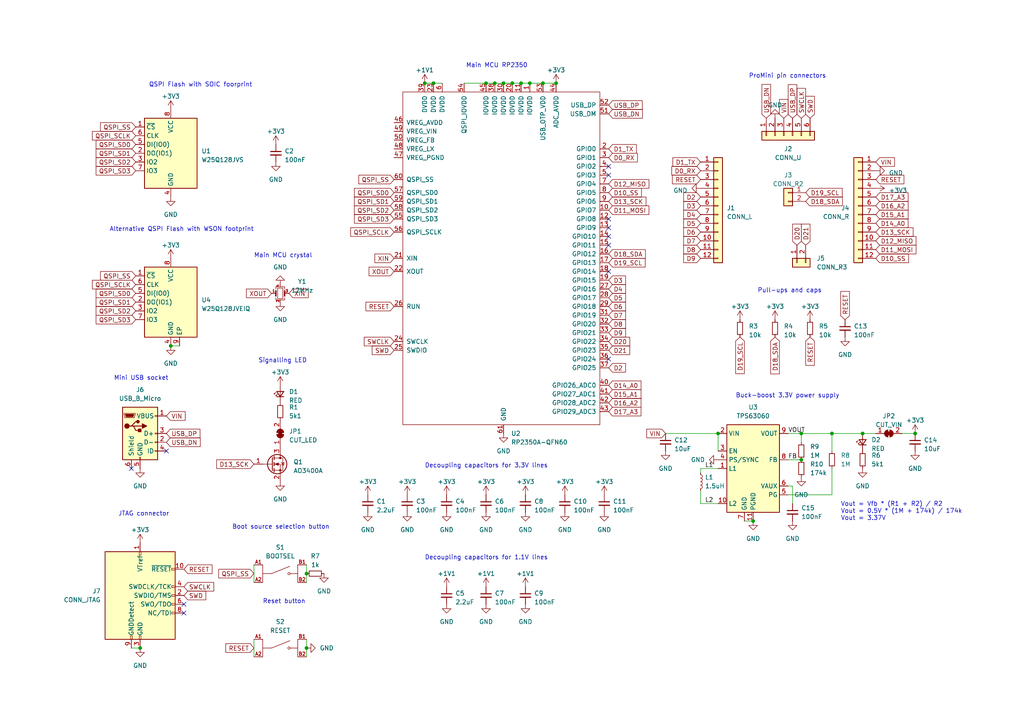
<source format=kicad_sch>
(kicad_sch (version 20231120) (generator "eeschema") (generator_version "8.0")
  (paper "A4")
  (title_block (title "RP2350-ProMini-0010") (date "2024-09-01") (rev "1.0") (company "(c) 2024 Andriy Golovnya") (comment 1 "RP2350 based board with Arduino Pro Mini footprint and debug extension") (comment 2 "Designed in Germany"))
  (lib_symbols
    (symbol "Connector:Conn_ARM_JTAG_SWD_10" (pin_names (offset 1.016))
      (property "Reference" "J" (at -2.54 16.51 0))
      (property "Value" "Conn_ARM_JTAG_SWD_10" (at -2.54 13.97 0))
      (symbol "Conn_ARM_JTAG_SWD_10_1_1"
        (pin power_in line (at 0 15.24 270) (length 2.54) (name "VTref") (number "1"))
        (pin open_collector line (at 12.7 7.62 180) (length 2.54) (name "~{RESET}") (number "10"))
        (pin bidirectional line (at 12.7 0 180) (length 2.54) (name "SWDIO/TMS") (number "2"))
        (pin power_in line (at 0 -15.24 90) (length 2.54) (name "GND") (number "3"))
        (pin output line (at 12.7 2.54 180) (length 2.54) (name "SWDCLK/TCK") (number "4"))
        (pin passive line (at 0 -15.24 90) (length 2.54) hide (name "GND") (number "5"))
        (pin input line (at 12.7 -2.54 180) (length 2.54) (name "SWO/TDO") (number "6"))
        (pin no_connect line (at -10.16 0 0) (length 2.54) hide (name "KEY") (number "7"))
        (pin output line (at 12.7 -5.08 180) (length 2.54) (name "NC/TDI") (number "8"))
        (pin passive line (at -2.54 -15.24 90) (length 2.54) (name "GNDDetect") (number "9"))
      )
    )
    (symbol "Connector:USB_B_Micro" (pin_names (offset 1.016))
      (property "Reference" "J" (at -5.08 11.43 0))
      (property "Value" "USB_B_Micro" (at -5.08 8.89 0))
      (symbol "USB_B_Micro_1_1"
        (pin power_out line (at 7.62 5.08 180) (length 2.54) (name "VBUS") (number "1"))
        (pin bidirectional line (at 7.62 -2.54 180) (length 2.54) (name "D-") (number "2"))
        (pin bidirectional line (at 7.62 0 180) (length 2.54) (name "D+") (number "3"))
        (pin passive line (at 7.62 -5.08 180) (length 2.54) (name "ID") (number "4"))
        (pin power_out line (at 0 -10.16 90) (length 2.54) (name "GND") (number "5"))
        (pin passive line (at -2.54 -10.16 90) (length 2.54) (name "Shield") (number "6"))
      )
    )
    (symbol "Connector_Generic:Conn_01x02" (pin_names (offset 1.016) hide)
      (property "Reference" "J" (at 0 2.54 0))
      (property "Value" "Conn_01x02" (at 0 -5.08 0))
      (symbol "Conn_01x02_1_1"
        (pin passive line (at -5.08 0 0) (length 3.81) (name "Pin_1") (number "1"))
        (pin passive line (at -5.08 -2.54 0) (length 3.81) (name "Pin_2") (number "2"))
      )
    )
    (symbol "Connector_Generic:Conn_01x06" (pin_names (offset 1.016) hide)
      (property "Reference" "J" (at 0 7.62 0))
      (property "Value" "Conn_01x06" (at 0 -10.16 0))
      (symbol "Conn_01x06_1_1"
        (pin passive line (at -5.08 5.08 0) (length 3.81) (name "Pin_1") (number "1"))
        (pin passive line (at -5.08 2.54 0) (length 3.81) (name "Pin_2") (number "2"))
        (pin passive line (at -5.08 0 0) (length 3.81) (name "Pin_3") (number "3"))
        (pin passive line (at -5.08 -2.54 0) (length 3.81) (name "Pin_4") (number "4"))
        (pin passive line (at -5.08 -5.08 0) (length 3.81) (name "Pin_5") (number "5"))
        (pin passive line (at -5.08 -7.62 0) (length 3.81) (name "Pin_6") (number "6"))
      )
    )
    (symbol "Connector_Generic:Conn_01x12" (pin_names (offset 1.016) hide)
      (property "Reference" "J" (at 0 15.24 0))
      (property "Value" "Conn_01x12" (at 0 -17.78 0))
      (symbol "Conn_01x12_1_1"
        (pin passive line (at -5.08 12.7 0) (length 3.81) (name "Pin_1") (number "1"))
        (pin passive line (at -5.08 -10.16 0) (length 3.81) (name "Pin_10") (number "10"))
        (pin passive line (at -5.08 -12.7 0) (length 3.81) (name "Pin_11") (number "11"))
        (pin passive line (at -5.08 -15.24 0) (length 3.81) (name "Pin_12") (number "12"))
        (pin passive line (at -5.08 10.16 0) (length 3.81) (name "Pin_2") (number "2"))
        (pin passive line (at -5.08 7.62 0) (length 3.81) (name "Pin_3") (number "3"))
        (pin passive line (at -5.08 5.08 0) (length 3.81) (name "Pin_4") (number "4"))
        (pin passive line (at -5.08 2.54 0) (length 3.81) (name "Pin_5") (number "5"))
        (pin passive line (at -5.08 0 0) (length 3.81) (name "Pin_6") (number "6"))
        (pin passive line (at -5.08 -2.54 0) (length 3.81) (name "Pin_7") (number "7"))
        (pin passive line (at -5.08 -5.08 0) (length 3.81) (name "Pin_8") (number "8"))
        (pin passive line (at -5.08 -7.62 0) (length 3.81) (name "Pin_9") (number "9"))
      )
    )
    (symbol "Device:C_Small" (pin_numbers hide) (pin_names (offset 0.254) hide)
      (property "Reference" "C" (at 0.254 1.778 0))
      (property "Value" "C_Small" (at 0.254 -2.032 0))
      (symbol "C_Small_1_1"
        (pin passive line (at 0 2.54 270) (length 2.032) (name "~") (number "1"))
        (pin passive line (at 0 -2.54 90) (length 2.032) (name "~") (number "2"))
      )
    )
    (symbol "Device:Crystal_GND24_Small" (pin_names (offset 1.016) hide)
      (property "Reference" "Y" (at 1.27 4.445 0))
      (property "Value" "Crystal_GND24_Small" (at 1.27 2.54 0))
      (symbol "Crystal_GND24_Small_1_1"
        (pin passive line (at -2.54 0 0) (length 1.27) (name "1") (number "1"))
        (pin passive line (at 0 -2.54 90) (length 0.635) (name "2") (number "2"))
        (pin passive line (at 2.54 0 180) (length 1.27) (name "3") (number "3"))
        (pin passive line (at 0 2.54 270) (length 0.635) (name "4") (number "4"))
      )
    )
    (symbol "Device:LED_Small" (pin_numbers hide) (pin_names (offset 0.254) hide)
      (property "Reference" "D" (at -1.27 3.175 0))
      (property "Value" "LED_Small" (at -4.445 -2.54 0))
      (symbol "LED_Small_1_1"
        (pin passive line (at -2.54 0 0) (length 1.778) (name "K") (number "1"))
        (pin passive line (at 2.54 0 180) (length 1.778) (name "A") (number "2"))
      )
    )
    (symbol "Device:L_Small" (pin_numbers hide) (pin_names (offset 0.254) hide)
      (property "Reference" "L" (at 0.762 1.016 0))
      (property "Value" "L_Small" (at 0.762 -1.016 0))
      (symbol "L_Small_1_1"
        (pin passive line (at 0 2.54 270) (length 0.508) (name "~") (number "1"))
        (pin passive line (at 0 -2.54 90) (length 0.508) (name "~") (number "2"))
      )
    )
    (symbol "Device:R_Small" (pin_numbers hide) (pin_names (offset 0.254) hide)
      (property "Reference" "R" (at 0.762 0.508 0))
      (property "Value" "R_Small" (at 0.762 -1.016 0))
      (symbol "R_Small_1_1"
        (pin passive line (at 0 2.54 270) (length 0.762) (name "~") (number "1"))
        (pin passive line (at 0 -2.54 90) (length 0.762) (name "~") (number "2"))
      )
    )
    (symbol "EVPBB0AAB000:EVPBB0AAB000" (pin_names (offset 1.016))
      (property "Reference" "S" (at -2.54 2.54 0))
      (property "Value" "EVPBB0AAB000" (at -2.54 -2.54 0))
      (symbol "EVPBB0AAB000_0_0"
        (pin passive line (at -7.62 2.54 0) (length 2.54) (name "~") (number "A1"))
        (pin passive line (at -7.62 -2.54 0) (length 2.54) (name "~") (number "A2"))
        (pin passive line (at 7.62 2.54 180) (length 2.54) (name "~") (number "B1"))
        (pin passive line (at 7.62 -2.54 180) (length 2.54) (name "~") (number "B2"))
      )
    )
    (symbol "Jumper:SolderJumper_2_Bridged" (pin_names (offset 0) hide)
      (property "Reference" "JP" (at 0 2.032 0))
      (property "Value" "SolderJumper_2_Bridged" (at 0 -2.54 0))
      (symbol "SolderJumper_2_Bridged_1_1"
        (pin passive line (at -3.81 0 0) (length 2.54) (name "A") (number "1"))
        (pin passive line (at 3.81 0 180) (length 2.54) (name "B") (number "2"))
      )
    )
    (symbol "Memory_Flash:W25Q128JVS"
      (property "Reference" "U" (at -8.89 8.89 0))
      (property "Value" "W25Q128JVS" (at 7.62 8.89 0))
      (symbol "W25Q128JVS_1_1"
        (pin input line (at -10.16 7.62 0) (length 2.54) (name "~{CS}") (number "1"))
        (pin bidirectional line (at -10.16 0 0) (length 2.54) (name "DO(IO1)") (number "2"))
        (pin bidirectional line (at -10.16 -2.54 0) (length 2.54) (name "IO2") (number "3"))
        (pin power_in line (at 0 -12.7 90) (length 2.54) (name "GND") (number "4"))
        (pin bidirectional line (at -10.16 2.54 0) (length 2.54) (name "DI(IO0)") (number "5"))
        (pin input line (at -10.16 5.08 0) (length 2.54) (name "CLK") (number "6"))
        (pin bidirectional line (at -10.16 -5.08 0) (length 2.54) (name "IO3") (number "7"))
        (pin power_in line (at 0 12.7 270) (length 2.54) (name "VCC") (number "8"))
      )
    )
    (symbol "Memory_Flash:W25Q32JVZP"
      (property "Reference" "U" (at -6.35 11.43 0))
      (property "Value" "W25Q32JVZP" (at 7.62 11.43 0))
      (symbol "W25Q32JVZP_1_1"
        (pin input line (at -10.16 7.62 0) (length 2.54) (name "~{CS}") (number "1"))
        (pin bidirectional line (at -10.16 0 0) (length 2.54) (name "DO(IO1)") (number "2"))
        (pin bidirectional line (at -10.16 -2.54 0) (length 2.54) (name "IO2") (number "3"))
        (pin power_in line (at 0 -12.7 90) (length 2.54) (name "GND") (number "4"))
        (pin bidirectional line (at -10.16 2.54 0) (length 2.54) (name "DI(IO0)") (number "5"))
        (pin input line (at -10.16 5.08 0) (length 2.54) (name "CLK") (number "6"))
        (pin bidirectional line (at -10.16 -5.08 0) (length 2.54) (name "IO3") (number "7"))
        (pin power_in line (at 0 12.7 270) (length 2.54) (name "VCC") (number "8"))
        (pin passive line (at 2.54 -12.7 90) (length 2.54) (name "EP") (number "9"))
      )
    )
    (symbol "RP2350:RP2350A-QFN60" (pin_names (offset 1.016))
      (property "Reference" "U" (at 0 -1.27 0))
      (property "Value" "RP2350A-QFN60" (at 0 1.27 0))
      (symbol "RP2350A-QFN60_1_0"
        (pin passive line (at 0 -54.61 90) (length 2.54) (name "GND") (number "61"))
      )
      (symbol "RP2350A-QFN60_1_1"
        (pin power_in line (at 7.62 46.99 270) (length 2.54) (name "IOVDD") (number "1"))
        (pin bidirectional line (at 30.48 10.16 180) (length 2.54) (name "GPIO7") (number "10"))
        (pin power_in line (at 5.08 46.99 270) (length 2.54) (name "IOVDD") (number "11"))
        (pin bidirectional line (at 30.48 7.62 180) (length 2.54) (name "GPIO8") (number "12"))
        (pin bidirectional line (at 30.48 5.08 180) (length 2.54) (name "GPIO9") (number "13"))
        (pin bidirectional line (at 30.48 2.54 180) (length 2.54) (name "GPIO10") (number "14"))
        (pin bidirectional line (at 30.48 0 180) (length 2.54) (name "GPIO11") (number "15"))
        (pin bidirectional line (at 30.48 -2.54 180) (length 2.54) (name "GPIO12") (number "16"))
        (pin bidirectional line (at 30.48 -5.08 180) (length 2.54) (name "GPIO13") (number "17"))
        (pin bidirectional line (at 30.48 -7.62 180) (length 2.54) (name "GPIO14") (number "18"))
        (pin bidirectional line (at 30.48 -10.16 180) (length 2.54) (name "GPIO15") (number "19"))
        (pin bidirectional line (at 30.48 27.94 180) (length 2.54) (name "GPIO0") (number "2"))
        (pin power_in line (at 2.54 46.99 270) (length 2.54) (name "IOVDD") (number "20"))
        (pin input line (at -31.75 -3.81 0) (length 2.54) (name "XIN") (number "21"))
        (pin output line (at -31.75 -7.62 0) (length 2.54) (name "XOUT") (number "22"))
        (pin power_in line (at -20.32 46.99 270) (length 2.54) (name "DVDD") (number "23"))
        (pin input line (at -31.75 -27.94 0) (length 2.54) (name "SWCLK") (number "24"))
        (pin bidirectional line (at -31.75 -30.48 0) (length 2.54) (name "SWDIO") (number "25"))
        (pin input line (at -31.75 -17.78 0) (length 2.54) (name "RUN") (number "26"))
        (pin bidirectional line (at 30.48 -12.7 180) (length 2.54) (name "GPIO16") (number "27"))
        (pin bidirectional line (at 30.48 -15.24 180) (length 2.54) (name "GPIO17") (number "28"))
        (pin bidirectional line (at 30.48 -17.78 180) (length 2.54) (name "GPIO18") (number "29"))
        (pin bidirectional line (at 30.48 25.4 180) (length 2.54) (name "GPIO1") (number "3"))
        (pin power_in line (at 0 46.99 270) (length 2.54) (name "IOVDD") (number "30"))
        (pin bidirectional line (at 30.48 -20.32 180) (length 2.54) (name "GPIO19") (number "31"))
        (pin bidirectional line (at 30.48 -22.86 180) (length 2.54) (name "GPIO20") (number "32"))
        (pin bidirectional line (at 30.48 -25.4 180) (length 2.54) (name "GPIO21") (number "33"))
        (pin bidirectional line (at 30.48 -27.94 180) (length 2.54) (name "GPIO22") (number "34"))
        (pin bidirectional line (at 30.48 -30.48 180) (length 2.54) (name "GPIO23") (number "35"))
        (pin bidirectional line (at 30.48 -33.02 180) (length 2.54) (name "GPIO24") (number "36"))
        (pin bidirectional line (at 30.48 -35.56 180) (length 2.54) (name "GPIO25") (number "37"))
        (pin power_in line (at -2.54 46.99 270) (length 2.54) (name "IOVDD") (number "38"))
        (pin power_in line (at -22.86 46.99 270) (length 2.54) (name "DVDD") (number "39"))
        (pin bidirectional line (at 30.48 22.86 180) (length 2.54) (name "GPIO2") (number "4"))
        (pin bidirectional line (at 30.48 -40.64 180) (length 2.54) (name "GPIO26_ADC0") (number "40"))
        (pin bidirectional line (at 30.48 -43.18 180) (length 2.54) (name "GPIO27_ADC1") (number "41"))
        (pin bidirectional line (at 30.48 -45.72 180) (length 2.54) (name "GPIO28_ADC2") (number "42"))
        (pin bidirectional line (at 30.48 -48.26 180) (length 2.54) (name "GPIO29_ADC3") (number "43"))
        (pin power_in line (at 15.24 46.99 270) (length 2.54) (name "ADC_AVDD") (number "44"))
        (pin power_in line (at -5.08 46.99 270) (length 2.54) (name "IOVDD") (number "45"))
        (pin power_in line (at -31.75 35.56 0) (length 2.54) (name "VREG_AVDD") (number "46"))
        (pin input line (at -31.75 25.4 0) (length 2.54) (name "VREG_PGND") (number "47"))
        (pin power_out line (at -31.75 27.94 0) (length 2.54) (name "VREG_LX") (number "48"))
        (pin power_in line (at -31.75 33.02 0) (length 2.54) (name "VREG_VIN") (number "49"))
        (pin bidirectional line (at 30.48 20.32 180) (length 2.54) (name "GPIO3") (number "5"))
        (pin power_in line (at -31.75 30.48 0) (length 2.54) (name "VREG_FB") (number "50"))
        (pin bidirectional line (at 30.48 38.1 180) (length 2.54) (name "USB_DM") (number "51"))
        (pin bidirectional line (at 30.48 40.64 180) (length 2.54) (name "USB_DP") (number "52"))
        (pin power_in line (at 11.43 46.99 270) (length 2.54) (name "USB_OTP_VDD") (number "53"))
        (pin power_in line (at -11.43 46.99 270) (length 2.54) (name "QSPI_IOVDD") (number "54"))
        (pin bidirectional line (at -31.75 7.62 0) (length 2.54) (name "QSPI_SD3") (number "55"))
        (pin bidirectional line (at -31.75 3.81 0) (length 2.54) (name "QSPI_SCLK") (number "56"))
        (pin bidirectional line (at -31.75 15.24 0) (length 2.54) (name "QSPI_SD0") (number "57"))
        (pin bidirectional line (at -31.75 10.16 0) (length 2.54) (name "QSPI_SD2") (number "58"))
        (pin bidirectional line (at -31.75 12.7 0) (length 2.54) (name "QSPI_SD1") (number "59"))
        (pin power_in line (at -17.78 46.99 270) (length 2.54) (name "DVDD") (number "6"))
        (pin bidirectional line (at -31.75 19.05 0) (length 2.54) (name "QSPI_SS") (number "60"))
        (pin bidirectional line (at 30.48 17.78 180) (length 2.54) (name "GPIO4") (number "7"))
        (pin bidirectional line (at 30.48 15.24 180) (length 2.54) (name "GPIO5") (number "8"))
        (pin bidirectional line (at 30.48 12.7 180) (length 2.54) (name "GPIO6") (number "9"))
      )
    )
    (symbol "Regulator_Switching:TPS63060"
      (property "Reference" "U" (at -7.62 13.97 0))
      (property "Value" "TPS63060" (at 2.54 13.97 0))
      (symbol "TPS63060_1_1"
        (pin input line (at -10.16 0 0) (length 2.54) (name "L1") (number "1"))
        (pin input line (at -10.16 -10.16 0) (length 2.54) (name "L2") (number "10"))
        (pin power_in line (at 0 -15.24 90) (length 2.54) (name "PGND") (number "11"))
        (pin power_in line (at -10.16 10.16 0) (length 2.54) (name "VIN") (number "2"))
        (pin input line (at -10.16 5.08 0) (length 2.54) (name "EN") (number "3"))
        (pin input line (at -10.16 2.54 0) (length 2.54) (name "PS/SYNC") (number "4"))
        (pin output line (at 10.16 -7.62 180) (length 2.54) (name "PG") (number "5"))
        (pin passive line (at 10.16 -5.08 180) (length 2.54) (name "VAUX") (number "6"))
        (pin power_in line (at -2.54 -15.24 90) (length 2.54) (name "GND") (number "7"))
        (pin input line (at 10.16 2.54 180) (length 2.54) (name "FB") (number "8"))
        (pin power_out line (at 10.16 10.16 180) (length 2.54) (name "VOUT") (number "9"))
      )
    )
    (symbol "Transistor_FET:AO3400A" (pin_names hide)
      (property "Reference" "Q" (at 5.08 1.905 0))
      (property "Value" "AO3400A" (at 5.08 0 0))
      (symbol "AO3400A_1_1"
        (pin input line (at -5.08 0 0) (length 2.54) (name "G") (number "1"))
        (pin passive line (at 2.54 -5.08 90) (length 2.54) (name "S") (number "2"))
        (pin passive line (at 2.54 5.08 270) (length 2.54) (name "D") (number "3"))
      )
    )
    (symbol "power:+1V1" (power) (pin_names (offset 0))
      (property "Value" "+1V1" (at 0 3.556 0))
      (symbol "+1V1_1_1"
        (pin power_in line (at 0 0 90) (length 0) hide (name "+1V1") (number "1"))
      )
    )
    (symbol "power:+3V3" (power) (pin_names (offset 0))
      (property "Value" "+3V3" (at 0 3.556 0))
      (symbol "+3V3_1_1"
        (pin power_in line (at 0 0 90) (length 0) hide (name "+3V3") (number "1"))
      )
    )
    (symbol "power:GND" (power) (pin_names (offset 0))
      (property "Value" "GND" (at 0 -3.81 0))
      (symbol "GND_1_1"
        (pin power_in line (at 0 0 270) (length 0) hide (name "GND") (number "1"))
      )
    )
  )
  (junction (at 250.19 125.73))
  (junction (at 125.73 24.13))
  (junction (at 232.41 125.73))
  (junction (at 232.41 133.35))
  (junction (at 208.28 125.73))
  (junction (at 88.9 187.96))
  (junction (at 140.97 24.13))
  (junction (at 146.05 24.13))
  (junction (at 143.51 24.13))
  (junction (at 161.29 24.13))
  (junction (at 153.67 24.13))
  (junction (at 265.43 125.73))
  (junction (at 241.3 125.73))
  (junction (at 218.44 151.13))
  (junction (at 151.13 24.13))
  (junction (at 88.9 166.37))
  (junction (at 123.19 24.13))
  (junction (at 49.53 100.33))
  (junction (at 148.59 24.13))
  (junction (at 40.64 187.96))
  (junction (at 157.48 24.13))
  (no_connect (at 38.1 135.89))
  (no_connect (at 176.53 50.8))
  (no_connect (at 176.53 48.26))
  (no_connect (at 48.26 130.81))
  (no_connect (at 176.53 68.58))
  (no_connect (at 53.34 175.26))
  (no_connect (at 176.53 71.12))
  (no_connect (at 53.34 177.8))
  (no_connect (at 176.53 78.74))
  (no_connect (at 176.53 66.04))
  (no_connect (at 176.53 63.5))
  (no_connect (at 176.53 104.14))
  (wire (pts (xy 232.41 125.73) (xy 241.3 125.73)))
  (wire (pts (xy 151.13 24.13) (xy 153.67 24.13)))
  (wire (pts (xy 125.73 24.13) (xy 128.27 24.13)))
  (wire (pts (xy 229.87 140.97) (xy 228.6 140.97)))
  (wire (pts (xy 229.87 140.97) (xy 229.87 146.05)))
  (wire (pts (xy 241.3 125.73) (xy 241.3 130.81)))
  (wire (pts (xy 143.51 24.13) (xy 146.05 24.13)))
  (wire (pts (xy 73.66 163.83) (xy 73.66 168.91)))
  (wire (pts (xy 88.9 185.42) (xy 88.9 187.96)))
  (wire (pts (xy 215.9 151.13) (xy 218.44 151.13)))
  (wire (pts (xy 241.3 135.89) (xy 241.3 143.51)))
  (wire (pts (xy 123.19 24.13) (xy 125.73 24.13)))
  (wire (pts (xy 88.9 187.96) (xy 88.9 190.5)))
  (wire (pts (xy 140.97 24.13) (xy 143.51 24.13)))
  (wire (pts (xy 232.41 125.73) (xy 232.41 128.27)))
  (wire (pts (xy 146.05 24.13) (xy 148.59 24.13)))
  (wire (pts (xy 241.3 125.73) (xy 250.19 125.73)))
  (wire (pts (xy 193.04 125.73) (xy 208.28 125.73)))
  (wire (pts (xy 228.6 133.35) (xy 232.41 133.35)))
  (wire (pts (xy 203.2 146.05) (xy 203.2 142.24)))
  (wire (pts (xy 208.28 146.05) (xy 203.2 146.05)))
  (wire (pts (xy 153.67 24.13) (xy 157.48 24.13)))
  (wire (pts (xy 250.19 125.73) (xy 254 125.73)))
  (wire (pts (xy 241.3 143.51) (xy 228.6 143.51)))
  (wire (pts (xy 49.53 100.33) (xy 52.07 100.33)))
  (wire (pts (xy 134.62 24.13) (xy 140.97 24.13)))
  (wire (pts (xy 203.2 135.89) (xy 203.2 137.16)))
  (wire (pts (xy 88.9 166.37) (xy 88.9 168.91)))
  (wire (pts (xy 208.28 135.89) (xy 203.2 135.89)))
  (wire (pts (xy 88.9 163.83) (xy 88.9 166.37)))
  (wire (pts (xy 157.48 24.13) (xy 161.29 24.13)))
  (wire (pts (xy 148.59 24.13) (xy 151.13 24.13)))
  (wire (pts (xy 228.6 125.73) (xy 232.41 125.73)))
  (wire (pts (xy 261.62 125.73) (xy 265.43 125.73)))
  (wire (pts (xy 38.1 187.96) (xy 40.64 187.96)))
  (wire (pts (xy 73.66 185.42) (xy 73.66 190.5)))
  (wire (pts (xy 208.28 125.73) (xy 208.28 130.81)))
  (text "Alternative QSPI Flash with WSON footprint" (at 31.75 67.31 0) (effects (font (size 1.27 1.27)) (justify left bottom)))
  (text "ProMini pin connectors" (at 217.17 22.86 0) (effects (font (size 1.27 1.27)) (justify left bottom)))
  (text "Main MCU RP2350" (at 135.128 19.812 0) (effects (font (size 1.27 1.27)) (justify left bottom)))
  (text "Decoupling capacitors for 3.3V lines" (at 123.19 135.89 0) (effects (font (size 1.27 1.27)) (justify left bottom)))
  (text "Vout = Vfb * (R1 + R2) / R2\nVout = 0.5V * (1M + 174k) / 174k\nVout = 3.37V" (at 243.84 151.13 0) (effects (font (size 1.27 1.27)) (justify left bottom)))
  (text "Main MCU crystal" (at 73.66 74.93 0) (effects (font (size 1.27 1.27)) (justify left bottom)))
  (text "Decoupling capacitors for 1.1V lines" (at 123.19 162.56 0) (effects (font (size 1.27 1.27)) (justify left bottom)))
  (text "Pull-ups and caps" (at 219.71 85.09 0) (effects (font (size 1.27 1.27)) (justify left bottom)))
  (text "Signalling LED" (at 74.93 105.41 0) (effects (font (size 1.27 1.27)) (justify left bottom)))
  (text "JTAG connector" (at 34.29 149.86 0) (effects (font (size 1.27 1.27)) (justify left bottom)))
  (text "Reset button" (at 76.2 175.26 0) (effects (font (size 1.27 1.27)) (justify left bottom)))
  (text "Mini USB socket" (at 33.02 110.49 0) (effects (font (size 1.27 1.27)) (justify left bottom)))
  (text "Boot source selection button" (at 67.31 153.67 0) (effects (font (size 1.27 1.27)) (justify left bottom)))
  (text "Buck-boost 3.3V power supply" (at 213.36 115.57 0) (effects (font (size 1.27 1.27)) (justify left bottom)))
  (text "QSPI Flash with SOIC foorprint" (at 43.18 25.4 0) (effects (font (size 1.27 1.27)) (justify left bottom)))
  (label "L2" (at 204.47 146.05 0))
  (label "L1" (at 204.47 135.89 0))
  (label "VOUT" (at 228.6 125.73 0))
  (label "FB" (at 228.6 133.35 0))
  (global_label "D13_SCK" (shape input) (at 73.66 134.62 180) (property "Intersheetrefs" "${INTERSHEET_REFS}" (effects (hide yes))))
  (global_label "QSPI_SD2" (shape input) (at 39.37 46.99 180) (property "Intersheetrefs" "${INTERSHEET_REFS}" (effects (hide yes))))
  (global_label "SWD" (shape input) (at 53.34 172.72 0) (property "Intersheetrefs" "${INTERSHEET_REFS}" (effects (hide yes))))
  (global_label "QSPI_SD1" (shape input) (at 39.37 87.63 180) (property "Intersheetrefs" "${INTERSHEET_REFS}" (effects (hide yes))))
  (global_label "VIN" (shape input) (at 227.33 34.29 90) (property "Intersheetrefs" "${INTERSHEET_REFS}" (effects (hide yes))))
  (global_label "D1_TX" (shape input) (at 176.53 43.18 0) (property "Intersheetrefs" "${INTERSHEET_REFS}" (effects (hide yes))))
  (global_label "VIN" (shape input) (at 48.26 120.65 0) (property "Intersheetrefs" "${INTERSHEET_REFS}" (effects (hide yes))))
  (global_label "SWD" (shape input) (at 234.95 34.29 90) (property "Intersheetrefs" "${INTERSHEET_REFS}" (effects (hide yes))))
  (global_label "D20" (shape input) (at 231.14 71.12 90) (property "Intersheetrefs" "${INTERSHEET_REFS}" (effects (hide yes))))
  (global_label "QSPI_SD3" (shape input) (at 39.37 92.71 180) (property "Intersheetrefs" "${INTERSHEET_REFS}" (effects (hide yes))))
  (global_label "QSPI_SD0" (shape input) (at 39.37 41.91 180) (property "Intersheetrefs" "${INTERSHEET_REFS}" (effects (hide yes))))
  (global_label "QSPI_SCLK" (shape input) (at 39.37 82.55 180) (property "Intersheetrefs" "${INTERSHEET_REFS}" (effects (hide yes))))
  (global_label "D20" (shape input) (at 176.53 99.06 0) (property "Intersheetrefs" "${INTERSHEET_REFS}" (effects (hide yes))))
  (global_label "VIN" (shape input) (at 254 46.99 0) (property "Intersheetrefs" "${INTERSHEET_REFS}" (effects (hide yes))))
  (global_label "D5" (shape input) (at 176.53 86.36 0) (property "Intersheetrefs" "${INTERSHEET_REFS}" (effects (hide yes))))
  (global_label "QSPI_SD0" (shape input) (at 114.3 55.88 180) (property "Intersheetrefs" "${INTERSHEET_REFS}" (effects (hide yes))))
  (global_label "D2" (shape input) (at 176.53 106.68 0) (property "Intersheetrefs" "${INTERSHEET_REFS}" (effects (hide yes))))
  (global_label "QSPI_SS" (shape input) (at 39.37 36.83 180) (property "Intersheetrefs" "${INTERSHEET_REFS}" (effects (hide yes))))
  (global_label "QSPI_SS" (shape input) (at 114.3 52.07 180) (property "Intersheetrefs" "${INTERSHEET_REFS}" (effects (hide yes))))
  (global_label "QSPI_SD3" (shape input) (at 39.37 49.53 180) (property "Intersheetrefs" "${INTERSHEET_REFS}" (effects (hide yes))))
  (global_label "D15_A1" (shape input) (at 254 62.23 0) (property "Intersheetrefs" "${INTERSHEET_REFS}" (effects (hide yes))))
  (global_label "D9" (shape input) (at 203.2 74.93 180) (property "Intersheetrefs" "${INTERSHEET_REFS}" (effects (hide yes))))
  (global_label "D6" (shape input) (at 203.2 67.31 180) (property "Intersheetrefs" "${INTERSHEET_REFS}" (effects (hide yes))))
  (global_label "RESET" (shape input) (at 254 52.07 0) (property "Intersheetrefs" "${INTERSHEET_REFS}" (effects (hide yes))))
  (global_label "USB_DN" (shape input) (at 176.53 33.02 0) (property "Intersheetrefs" "${INTERSHEET_REFS}" (effects (hide yes))))
  (global_label "RESET" (shape input) (at 73.66 187.96 180) (property "Intersheetrefs" "${INTERSHEET_REFS}" (effects (hide yes))))
  (global_label "D18_SDA" (shape input) (at 233.68 58.42 0) (property "Intersheetrefs" "${INTERSHEET_REFS}" (effects (hide yes))))
  (global_label "D21" (shape input) (at 176.53 101.6 0) (property "Intersheetrefs" "${INTERSHEET_REFS}" (effects (hide yes))))
  (global_label "D0_RX" (shape input) (at 203.2 49.53 180) (property "Intersheetrefs" "${INTERSHEET_REFS}" (effects (hide yes))))
  (global_label "QSPI_SS" (shape input) (at 73.66 166.37 180) (property "Intersheetrefs" "${INTERSHEET_REFS}" (effects (hide yes))))
  (global_label "D14_A0" (shape input) (at 254 64.77 0) (property "Intersheetrefs" "${INTERSHEET_REFS}" (effects (hide yes))))
  (global_label "D13_SCK" (shape input) (at 176.53 58.42 0) (property "Intersheetrefs" "${INTERSHEET_REFS}" (effects (hide yes))))
  (global_label "D7" (shape input) (at 176.53 91.44 0) (property "Intersheetrefs" "${INTERSHEET_REFS}" (effects (hide yes))))
  (global_label "D2" (shape input) (at 203.2 57.15 180) (property "Intersheetrefs" "${INTERSHEET_REFS}" (effects (hide yes))))
  (global_label "D0_RX" (shape input) (at 176.53 45.72 0) (property "Intersheetrefs" "${INTERSHEET_REFS}" (effects (hide yes))))
  (global_label "QSPI_SD2" (shape input) (at 114.3 60.96 180) (property "Intersheetrefs" "${INTERSHEET_REFS}" (effects (hide yes))))
  (global_label "D7" (shape input) (at 203.2 69.85 180) (property "Intersheetrefs" "${INTERSHEET_REFS}" (effects (hide yes))))
  (global_label "D14_A0" (shape input) (at 176.53 111.76 0) (property "Intersheetrefs" "${INTERSHEET_REFS}" (effects (hide yes))))
  (global_label "D13_SCK" (shape input) (at 254 67.31 0) (property "Intersheetrefs" "${INTERSHEET_REFS}" (effects (hide yes))))
  (global_label "SWCLK" (shape input) (at 53.34 170.18 0) (property "Intersheetrefs" "${INTERSHEET_REFS}" (effects (hide yes))))
  (global_label "USB_DP" (shape input) (at 176.53 30.48 0) (property "Intersheetrefs" "${INTERSHEET_REFS}" (effects (hide yes))))
  (global_label "XIN" (shape input) (at 83.82 85.09 0) (property "Intersheetrefs" "${INTERSHEET_REFS}" (effects (hide yes))))
  (global_label "QSPI_SCLK" (shape input) (at 39.37 39.37 180) (property "Intersheetrefs" "${INTERSHEET_REFS}" (effects (hide yes))))
  (global_label "VIN" (shape input) (at 193.04 125.73 180) (property "Intersheetrefs" "${INTERSHEET_REFS}" (effects (hide yes))))
  (global_label "D3" (shape input) (at 203.2 59.69 180) (property "Intersheetrefs" "${INTERSHEET_REFS}" (effects (hide yes))))
  (global_label "XIN" (shape input) (at 114.3 74.93 180) (property "Intersheetrefs" "${INTERSHEET_REFS}" (effects (hide yes))))
  (global_label "D16_A2" (shape input) (at 254 59.69 0) (property "Intersheetrefs" "${INTERSHEET_REFS}" (effects (hide yes))))
  (global_label "D6" (shape input) (at 176.53 88.9 0) (property "Intersheetrefs" "${INTERSHEET_REFS}" (effects (hide yes))))
  (global_label "QSPI_SD1" (shape input) (at 114.3 58.42 180) (property "Intersheetrefs" "${INTERSHEET_REFS}" (effects (hide yes))))
  (global_label "RESET" (shape input) (at 245.11 92.71 90) (property "Intersheetrefs" "${INTERSHEET_REFS}" (effects (hide yes))))
  (global_label "XOUT" (shape input) (at 78.74 85.09 180) (property "Intersheetrefs" "${INTERSHEET_REFS}" (effects (hide yes))))
  (global_label "RESET" (shape input) (at 234.95 97.79 270) (property "Intersheetrefs" "${INTERSHEET_REFS}" (effects (hide yes))))
  (global_label "USB_DP" (shape input) (at 48.26 125.73 0) (property "Intersheetrefs" "${INTERSHEET_REFS}" (effects (hide yes))))
  (global_label "D1_TX" (shape input) (at 203.2 46.99 180) (property "Intersheetrefs" "${INTERSHEET_REFS}" (effects (hide yes))))
  (global_label "D19_SCL" (shape input) (at 214.63 97.79 270) (property "Intersheetrefs" "${INTERSHEET_REFS}" (effects (hide yes))))
  (global_label "D11_MOSI" (shape input) (at 176.53 60.96 0) (property "Intersheetrefs" "${INTERSHEET_REFS}" (effects (hide yes))))
  (global_label "D8" (shape input) (at 203.2 72.39 180) (property "Intersheetrefs" "${INTERSHEET_REFS}" (effects (hide yes))))
  (global_label "RESET" (shape input) (at 203.2 52.07 180) (property "Intersheetrefs" "${INTERSHEET_REFS}" (effects (hide yes))))
  (global_label "QSPI_SD1" (shape input) (at 39.37 44.45 180) (property "Intersheetrefs" "${INTERSHEET_REFS}" (effects (hide yes))))
  (global_label "D19_SCL" (shape input) (at 176.53 76.2 0) (property "Intersheetrefs" "${INTERSHEET_REFS}" (effects (hide yes))))
  (global_label "D12_MISO" (shape input) (at 176.53 53.34 0) (property "Intersheetrefs" "${INTERSHEET_REFS}" (effects (hide yes))))
  (global_label "D3" (shape input) (at 176.53 81.28 0) (property "Intersheetrefs" "${INTERSHEET_REFS}" (effects (hide yes))))
  (global_label "D4" (shape input) (at 176.53 83.82 0) (property "Intersheetrefs" "${INTERSHEET_REFS}" (effects (hide yes))))
  (global_label "D9" (shape input) (at 176.53 96.52 0) (property "Intersheetrefs" "${INTERSHEET_REFS}" (effects (hide yes))))
  (global_label "D18_SDA" (shape input) (at 176.53 73.66 0) (property "Intersheetrefs" "${INTERSHEET_REFS}" (effects (hide yes))))
  (global_label "D19_SCL" (shape input) (at 233.68 55.88 0) (property "Intersheetrefs" "${INTERSHEET_REFS}" (effects (hide yes))))
  (global_label "D16_A2" (shape input) (at 176.53 116.84 0) (property "Intersheetrefs" "${INTERSHEET_REFS}" (effects (hide yes))))
  (global_label "SWCLK" (shape input) (at 232.41 34.29 90) (property "Intersheetrefs" "${INTERSHEET_REFS}" (effects (hide yes))))
  (global_label "D18_SDA" (shape input) (at 224.79 97.79 270) (property "Intersheetrefs" "${INTERSHEET_REFS}" (effects (hide yes))))
  (global_label "USB_DN" (shape input) (at 222.25 34.29 90) (property "Intersheetrefs" "${INTERSHEET_REFS}" (effects (hide yes))))
  (global_label "QSPI_SD3" (shape input) (at 114.3 63.5 180) (property "Intersheetrefs" "${INTERSHEET_REFS}" (effects (hide yes))))
  (global_label "XOUT" (shape input) (at 114.3 78.74 180) (property "Intersheetrefs" "${INTERSHEET_REFS}" (effects (hide yes))))
  (global_label "D5" (shape input) (at 203.2 64.77 180) (property "Intersheetrefs" "${INTERSHEET_REFS}" (effects (hide yes))))
  (global_label "QSPI_SCLK" (shape input) (at 114.3 67.31 180) (property "Intersheetrefs" "${INTERSHEET_REFS}" (effects (hide yes))))
  (global_label "D4" (shape input) (at 203.2 62.23 180) (property "Intersheetrefs" "${INTERSHEET_REFS}" (effects (hide yes))))
  (global_label "QSPI_SS" (shape input) (at 39.37 80.01 180) (property "Intersheetrefs" "${INTERSHEET_REFS}" (effects (hide yes))))
  (global_label "D17_A3" (shape input) (at 254 57.15 0) (property "Intersheetrefs" "${INTERSHEET_REFS}" (effects (hide yes))))
  (global_label "SWCLK" (shape input) (at 114.3 99.06 180) (property "Intersheetrefs" "${INTERSHEET_REFS}" (effects (hide yes))))
  (global_label "D12_MISO" (shape input) (at 254 69.85 0) (property "Intersheetrefs" "${INTERSHEET_REFS}" (effects (hide yes))))
  (global_label "D15_A1" (shape input) (at 176.53 114.3 0) (property "Intersheetrefs" "${INTERSHEET_REFS}" (effects (hide yes))))
  (global_label "RESET" (shape input) (at 53.34 165.1 0) (property "Intersheetrefs" "${INTERSHEET_REFS}" (effects (hide yes))))
  (global_label "D11_MOSI" (shape input) (at 254 72.39 0) (property "Intersheetrefs" "${INTERSHEET_REFS}" (effects (hide yes))))
  (global_label "D10_SS" (shape input) (at 254 74.93 0) (property "Intersheetrefs" "${INTERSHEET_REFS}" (effects (hide yes))))
  (global_label "USB_DN" (shape input) (at 48.26 128.27 0) (property "Intersheetrefs" "${INTERSHEET_REFS}" (effects (hide yes))))
  (global_label "D17_A3" (shape input) (at 176.53 119.38 0) (property "Intersheetrefs" "${INTERSHEET_REFS}" (effects (hide yes))))
  (global_label "USB_DP" (shape input) (at 229.87 34.29 90) (property "Intersheetrefs" "${INTERSHEET_REFS}" (effects (hide yes))))
  (global_label "SWD" (shape input) (at 114.3 101.6 180) (property "Intersheetrefs" "${INTERSHEET_REFS}" (effects (hide yes))))
  (global_label "D10_SS" (shape input) (at 176.53 55.88 0) (property "Intersheetrefs" "${INTERSHEET_REFS}" (effects (hide yes))))
  (global_label "QSPI_SD2" (shape input) (at 39.37 90.17 180) (property "Intersheetrefs" "${INTERSHEET_REFS}" (effects (hide yes))))
  (global_label "QSPI_SD0" (shape input) (at 39.37 85.09 180) (property "Intersheetrefs" "${INTERSHEET_REFS}" (effects (hide yes))))
  (global_label "D8" (shape input) (at 176.53 93.98 0) (property "Intersheetrefs" "${INTERSHEET_REFS}" (effects (hide yes))))
  (global_label "D21" (shape input) (at 233.68 71.12 90) (property "Intersheetrefs" "${INTERSHEET_REFS}" (effects (hide yes))))
  (global_label "RESET" (shape input) (at 114.3 88.9 180) (property "Intersheetrefs" "${INTERSHEET_REFS}" (effects (hide yes))))
  (symbol (lib_id "Device:R_Small") (at 232.41 130.81 180) (unit 1)
    (property "Reference" "R9" (at 234.95 129.54 0) (effects (justify right)))
    (property "Value" "1M" (at 234.95 132.08 0) (effects (justify right)))
    (property "Footprint" "Resistor_SMD:R_0402_1005Metric" (effects (hide yes)))
  )
  (symbol (lib_id "power:+1V1") (at 152.4 170.18 0) (unit 1)
    (property "Reference" "#PWR027" (effects (hide yes)))
    (property "Value" "+1V1" (at 152.4 166.37 0))
  )
  (symbol (lib_id "power:GND") (at 193.04 130.81 0) (unit 1)
    (property "Reference" "#PWR035" (effects (hide yes)))
    (property "Value" "GND" (at 193.04 135.89 0))
  )
  (symbol (lib_id "power:+3V3") (at 49.53 74.93 0) (unit 1)
    (property "Reference" "#PWR047" (effects (hide yes)))
    (property "Value" "+3V3" (at 49.53 71.12 0))
  )
  (symbol (lib_id "power:+3V3") (at 175.26 143.51 0) (unit 1)
    (property "Reference" "#PWR031" (effects (hide yes)))
    (property "Value" "+3V3" (at 175.26 139.7 0))
  )
  (symbol (lib_id "Device:C_Small") (at 80.01 44.45 0) (unit 1)
    (property "Reference" "C2" (at 82.55 43.8213 0) (effects (justify left)))
    (property "Value" "100nF" (at 82.55 46.3613 0) (effects (justify left)))
    (property "Footprint" "Capacitor_SMD:C_0402_1005Metric" (effects (hide yes)))
  )
  (symbol (lib_id "EVPBB0AAB000:EVPBB0AAB000") (at 81.28 166.37 0) (unit 1)
    (property "Reference" "S1" (at 81.28 158.75 0))
    (property "Value" "BOOTSEL" (at 81.28 161.29 0))
    (property "Footprint" "RP2040-ProMini:SW_EVPBB0AAB000" (effects (hide yes)))
    (property "ARROW_ELECTRONICS-PURCHASE-URL" "https://snapeda.com/shop?store=Arrow+Electronics&id=584571" (effects (hide yes)))
    (property "MOUSER-PURCHASE-URL" "https://snapeda.com/shop?store=Mouser&id=584571" (effects (hide yes)))
    (property "MAXIMUM_PACKAGE_HEIGHT" "0.58mm" (effects (hide yes)))
    (property "PACKAGE" "None" (effects (hide yes)))
    (property "MF" "Panasonic Electronic" (effects (hide yes)))
    (property "MP" "EVPBB0AAB000" (effects (hide yes)))
    (property "DIGIKEY-PURCHASE-URL" "https://snapeda.com/shop?store=DigiKey&id=584571" (effects (hide yes)))
    (property "DIGI-KEY_PART_NUMBER" "P19888CT-ND" (effects (hide yes)))
    (property "DESCRIPTION" "Tactile Switch SPST-NO Top Actuated Surface Mount" (effects (hide yes)))
  )
  (symbol (lib_id "Device:C_Small") (at 245.11 95.25 0) (unit 1)
    (property "Reference" "C13" (at 247.65 94.6213 0) (effects (justify left)))
    (property "Value" "100nF" (at 247.65 97.1613 0) (effects (justify left)))
    (property "Footprint" "Capacitor_SMD:C_0402_1005Metric" (effects (hide yes)))
  )
  (symbol (lib_id "Device:C_Small") (at 140.97 146.05 0) (unit 1)
    (property "Reference" "C6" (at 143.51 145.4213 0) (effects (justify left)))
    (property "Value" "100nF" (at 143.51 147.9613 0) (effects (justify left)))
    (property "Footprint" "Capacitor_SMD:C_0402_1005Metric" (effects (hide yes)))
  )
  (symbol (lib_id "power:+3V3") (at 49.53 31.75 0) (unit 1)
    (property "Reference" "#PWR09" (effects (hide yes)))
    (property "Value" "+3V3" (at 49.53 27.94 0))
  )
  (symbol (lib_id "power:GND") (at 93.98 166.37 0) (unit 1)
    (property "Reference" "#PWR049" (effects (hide yes)))
    (property "Value" "GND" (at 93.98 171.45 0))
  )
  (symbol (lib_id "power:GND") (at 140.97 175.26 0) (unit 1)
    (property "Reference" "#PWR023" (effects (hide yes)))
    (property "Value" "GND" (at 140.97 180.34 0))
  )
  (symbol (lib_id "Connector_Generic:Conn_01x12") (at 248.92 59.69 0) (mirror y) (unit 1)
    (property "Reference" "J4" (at 246.38 60.325 0) (effects (justify left)))
    (property "Value" "CONN_R" (at 246.38 62.865 0) (effects (justify left)))
    (property "Footprint" "Connector_PinHeader_2.54mm:PinHeader_1x12_P2.54mm_Vertical" (effects (hide yes)))
  )
  (symbol (lib_id "Memory_Flash:W25Q32JVZP") (at 49.53 87.63 0) (unit 1)
    (property "Reference" "U4" (at 58.42 86.995 0) (effects (justify left)))
    (property "Value" "W25Q128JVEIQ" (at 58.42 89.535 0) (effects (justify left)))
    (property "Footprint" "Package_SON:WSON-8-1EP_6x5mm_P1.27mm_EP3.4x4.3mm" (effects (hide yes)))
    (property "Datasheet" "http://www.winbond.com/resource-files/w25q32jv%20revg%2003272018%20plus.pdf" (effects (hide yes)))
  )
  (symbol (lib_id "power:GND") (at 88.9 187.96 90) (unit 1)
    (property "Reference" "#PWR054" (effects (hide yes)))
    (property "Value" "GND" (at 92.71 187.96 90) (effects (justify right)))
  )
  (symbol (lib_id "power:GND") (at 106.68 148.59 0) (unit 1)
    (property "Reference" "#PWR02" (effects (hide yes)))
    (property "Value" "GND" (at 106.68 153.67 0))
  )
  (symbol (lib_id "power:GND") (at 81.28 82.55 180) (unit 1)
    (property "Reference" "#PWR05" (effects (hide yes)))
    (property "Value" "GND" (at 81.28 77.47 0))
  )
  (symbol (lib_id "power:+3V3") (at 118.11 143.51 0) (unit 1)
    (property "Reference" "#PWR011" (effects (hide yes)))
    (property "Value" "+3V3" (at 118.11 139.7 0))
  )
  (symbol (lib_id "power:+3V3") (at 224.79 92.71 0) (unit 1)
    (property "Reference" "#PWR039" (effects (hide yes)))
    (property "Value" "+3V3" (at 224.79 88.9 0))
  )
  (symbol (lib_id "Device:Crystal_GND24_Small") (at 81.28 85.09 0) (unit 1)
    (property "Reference" "Y1" (at 87.63 81.6611 0))
    (property "Value" "12MHz" (at 87.63 84.2011 0))
    (property "Footprint" "Crystal:Crystal_SMD_3225-4Pin_3.2x2.5mm" (effects (hide yes)))
  )
  (symbol (lib_id "Device:C_Small") (at 175.26 146.05 0) (unit 1)
    (property "Reference" "C11" (at 177.8 145.4213 0) (effects (justify left)))
    (property "Value" "100nF" (at 177.8 147.9613 0) (effects (justify left)))
    (property "Footprint" "Capacitor_SMD:C_0402_1005Metric" (effects (hide yes)))
  )
  (symbol (lib_id "power:+1V1") (at 123.19 24.13 0) (unit 1)
    (property "Reference" "#PWR020" (effects (hide yes)))
    (property "Value" "+1V1" (at 123.19 20.32 0))
  )
  (symbol (lib_id "power:+1V1") (at 129.54 170.18 0) (unit 1)
    (property "Reference" "#PWR016" (effects (hide yes)))
    (property "Value" "+1V1" (at 129.54 166.37 0))
  )
  (symbol (lib_id "power:+3V3") (at 40.64 157.48 0) (unit 1)
    (property "Reference" "#PWR056" (effects (hide yes)))
    (property "Value" "+3V3" (at 40.64 153.67 0))
  )
  (symbol (lib_id "power:GND") (at 140.97 148.59 0) (unit 1)
    (property "Reference" "#PWR019" (effects (hide yes)))
    (property "Value" "GND" (at 140.97 153.67 0))
  )
  (symbol (lib_id "EVPBB0AAB000:EVPBB0AAB000") (at 81.28 187.96 0) (unit 1)
    (property "Reference" "S2" (at 81.28 180.34 0))
    (property "Value" "RESET" (at 81.28 182.88 0))
    (property "Footprint" "RP2040-ProMini:SW_EVPBB0AAB000" (effects (hide yes)))
    (property "ARROW_ELECTRONICS-PURCHASE-URL" "https://snapeda.com/shop?store=Arrow+Electronics&id=584571" (effects (hide yes)))
    (property "MOUSER-PURCHASE-URL" "https://snapeda.com/shop?store=Mouser&id=584571" (effects (hide yes)))
    (property "MAXIMUM_PACKAGE_HEIGHT" "0.58mm" (effects (hide yes)))
    (property "PACKAGE" "None" (effects (hide yes)))
    (property "MF" "Panasonic Electronic" (effects (hide yes)))
    (property "MP" "EVPBB0AAB000" (effects (hide yes)))
    (property "DIGIKEY-PURCHASE-URL" "https://snapeda.com/shop?store=DigiKey&id=584571" (effects (hide yes)))
    (property "DIGI-KEY_PART_NUMBER" "P19888CT-ND" (effects (hide yes)))
    (property "DESCRIPTION" "Tactile Switch SPST-NO Top Actuated Surface Mount" (effects (hide yes)))
  )
  (symbol (lib_id "power:GND") (at 80.01 46.99 0) (unit 1)
    (property "Reference" "#PWR04" (effects (hide yes)))
    (property "Value" "GND" (at 80.01 52.07 0))
  )
  (symbol (lib_id "power:GND") (at 40.64 187.96 0) (unit 1)
    (property "Reference" "#PWR055" (effects (hide yes)))
    (property "Value" "GND" (at 40.64 193.04 0))
  )
  (symbol (lib_id "power:GND") (at 175.26 148.59 0) (unit 1)
    (property "Reference" "#PWR032" (effects (hide yes)))
    (property "Value" "GND" (at 175.26 153.67 0))
  )
  (symbol (lib_id "power:GND") (at 265.43 130.81 0) (unit 1)
    (property "Reference" "#PWR046" (effects (hide yes)))
    (property "Value" "GND" (at 265.43 135.89 0))
  )
  (symbol (lib_id "power:GND") (at 254 49.53 90) (unit 1)
    (property "Reference" "#PWR043" (effects (hide yes)))
    (property "Value" "GND" (at 257.81 50.165 90) (effects (justify right)))
  )
  (symbol (lib_id "Device:R_Small") (at 232.41 135.89 180) (unit 1)
    (property "Reference" "R10" (at 234.95 134.62 0) (effects (justify right)))
    (property "Value" "174k" (at 234.95 137.16 0) (effects (justify right)))
    (property "Footprint" "Resistor_SMD:R_0402_1005Metric" (effects (hide yes)))
  )
  (symbol (lib_id "power:+3V3") (at 152.4 143.51 0) (unit 1)
    (property "Reference" "#PWR024" (effects (hide yes)))
    (property "Value" "+3V3" (at 152.4 139.7 0))
  )
  (symbol (lib_id "Device:C_Small") (at 118.11 146.05 0) (unit 1)
    (property "Reference" "C3" (at 120.65 145.4213 0) (effects (justify left)))
    (property "Value" "100nF" (at 120.65 147.9613 0) (effects (justify left)))
    (property "Footprint" "Capacitor_SMD:C_0402_1005Metric" (effects (hide yes)))
  )
  (symbol (lib_id "power:+3V3") (at 161.29 24.13 0) (unit 1)
    (property "Reference" "#PWR026" (effects (hide yes)))
    (property "Value" "+3V3" (at 161.29 20.32 0))
  )
  (symbol (lib_id "power:GND") (at 49.53 57.15 0) (unit 1)
    (property "Reference" "#PWR010" (effects (hide yes)))
    (property "Value" "GND" (at 49.53 62.23 0))
  )
  (symbol (lib_id "Device:R_Small") (at 81.28 119.38 0) (unit 1)
    (property "Reference" "R1" (at 83.82 118.11 0) (effects (justify left)))
    (property "Value" "5k1" (at 83.82 120.65 0) (effects (justify left)))
    (property "Footprint" "Resistor_SMD:R_0402_1005Metric" (effects (hide yes)))
  )
  (symbol (lib_id "Device:C_Small") (at 129.54 146.05 0) (unit 1)
    (property "Reference" "C4" (at 132.08 145.4213 0) (effects (justify left)))
    (property "Value" "100nF" (at 132.08 147.9613 0) (effects (justify left)))
    (property "Footprint" "Capacitor_SMD:C_0402_1005Metric" (effects (hide yes)))
  )
  (symbol (lib_id "Connector:USB_B_Micro") (at 40.64 125.73 0) (unit 1)
    (property "Reference" "J6" (at 40.64 113.03 0))
    (property "Value" "USB_B_Micro" (at 40.64 115.57 0))
    (property "Footprint" "Connector_USB:USB_Micro-B_Molex_47346-0001" (effects (hide yes)))
  )
  (symbol (lib_id "power:+1V1") (at 140.97 170.18 0) (unit 1)
    (property "Reference" "#PWR022" (effects (hide yes)))
    (property "Value" "+1V1" (at 140.97 166.37 0))
  )
  (symbol (lib_id "Connector_Generic:Conn_01x02") (at 228.6 55.88 0) (mirror y) (unit 1)
    (property "Reference" "J3" (at 228.6 50.8 0))
    (property "Value" "CONN_R2" (at 228.6 53.34 0))
    (property "Footprint" "Connector_PinHeader_2.54mm:PinHeader_1x02_P2.54mm_Vertical" (effects (hide yes)))
  )
  (symbol (lib_id "Connector_Generic:Conn_01x02") (at 231.14 76.2 90) (mirror x) (unit 1)
    (property "Reference" "J5" (at 236.855 74.93 90) (effects (justify right)))
    (property "Value" "CONN_R3" (at 236.855 77.47 90) (effects (justify right)))
    (property "Footprint" "Connector_PinHeader_2.54mm:PinHeader_1x02_P2.54mm_Vertical" (effects (hide yes)))
  )
  (symbol (lib_id "power:GND") (at 129.54 175.26 0) (unit 1)
    (property "Reference" "#PWR017" (effects (hide yes)))
    (property "Value" "GND" (at 129.54 180.34 0))
  )
  (symbol (lib_id "power:+3V3") (at 265.43 125.73 0) (unit 1)
    (property "Reference" "#PWR045" (effects (hide yes)))
    (property "Value" "+3V3" (at 265.43 121.92 0))
  )
  (symbol (lib_id "Device:R_Small") (at 214.63 95.25 0) (unit 1)
    (property "Reference" "R3" (at 217.17 94.615 0) (effects (justify left)))
    (property "Value" "10k" (at 217.17 97.155 0) (effects (justify left)))
    (property "Footprint" "Resistor_SMD:R_0402_1005Metric" (effects (hide yes)))
  )
  (symbol (lib_id "Jumper:SolderJumper_2_Bridged") (at 257.81 125.73 0) (unit 1)
    (property "Reference" "JP2" (at 257.81 120.65 0))
    (property "Value" "CUT_VIN" (at 257.81 123.19 0))
    (property "Footprint" "Jumper:SolderJumper-2_P1.3mm_Bridged_RoundedPad1.0x1.5mm" (effects (hide yes)))
  )
  (symbol (lib_id "power:GND") (at 118.11 148.59 0) (unit 1)
    (property "Reference" "#PWR012" (effects (hide yes)))
    (property "Value" "GND" (at 118.11 153.67 0))
  )
  (symbol (lib_id "power:GND") (at 163.83 148.59 0) (unit 1)
    (property "Reference" "#PWR030" (effects (hide yes)))
    (property "Value" "GND" (at 163.83 153.67 0))
  )
  (symbol (lib_id "Connector_Generic:Conn_01x12") (at 208.28 59.69 0) (unit 1)
    (property "Reference" "J1" (at 210.82 60.325 0) (effects (justify left)))
    (property "Value" "CONN_L" (at 210.82 62.865 0) (effects (justify left)))
    (property "Footprint" "Connector_PinHeader_2.54mm:PinHeader_1x12_P2.54mm_Vertical" (effects (hide yes)))
  )
  (symbol (lib_id "power:GND") (at 129.54 148.59 0) (unit 1)
    (property "Reference" "#PWR015" (effects (hide yes)))
    (property "Value" "GND" (at 129.54 153.67 0))
  )
  (symbol (lib_id "Device:LED_Small") (at 81.28 114.3 90) (unit 1)
    (property "Reference" "D1" (at 83.82 113.6015 90) (effects (justify right)))
    (property "Value" "RED" (at 83.82 116.1415 90) (effects (justify right)))
    (property "Footprint" "LED_SMD:LED_0603_1608Metric" (effects (hide yes)))
  )
  (symbol (lib_id "power:GND") (at 40.64 135.89 0) (unit 1)
    (property "Reference" "#PWR053" (effects (hide yes)))
    (property "Value" "GND" (at 40.64 140.97 0))
  )
  (symbol (lib_id "power:GND") (at 250.19 135.89 0) (unit 1)
    (property "Reference" "#PWR041" (effects (hide yes)))
    (property "Value" "GND" (at 250.19 140.97 0))
  )
  (symbol (lib_id "Device:R_Small") (at 241.3 133.35 180) (unit 1)
    (property "Reference" "R8" (at 243.84 132.08 0) (effects (justify right)))
    (property "Value" "1M" (at 243.84 134.62 0) (effects (justify right)))
    (property "Footprint" "Resistor_SMD:R_0402_1005Metric" (effects (hide yes)))
  )
  (symbol (lib_id "power:GND") (at 152.4 148.59 0) (unit 1)
    (property "Reference" "#PWR025" (effects (hide yes)))
    (property "Value" "GND" (at 152.4 153.67 0))
  )
  (symbol (lib_id "RP2350:RP2350A-QFN60") (at 146.05 71.12 0) (unit 1)
    (property "Reference" "U2" (at 148.2441 125.73 0) (effects (justify left)))
    (property "Value" "RP2350A-QFN60" (at 148.2441 128.27 0) (effects (justify left)))
    (property "Footprint" "RP2040-ProMini:RP2350A_QFN-60_EP_7.75x7.75_Pitch0.4mm" (effects (hide yes)))
  )
  (symbol (lib_id "Device:C_Small") (at 152.4 146.05 0) (unit 1)
    (property "Reference" "C8" (at 154.94 145.4213 0) (effects (justify left)))
    (property "Value" "100nF" (at 154.94 147.9613 0) (effects (justify left)))
    (property "Footprint" "Capacitor_SMD:C_0402_1005Metric" (effects (hide yes)))
  )
  (symbol (lib_id "power:+3V3") (at 214.63 92.71 0) (unit 1)
    (property "Reference" "#PWR036" (effects (hide yes)))
    (property "Value" "+3V3" (at 214.63 88.9 0))
  )
  (symbol (lib_id "power:GND") (at 218.44 151.13 0) (unit 1)
    (property "Reference" "#PWR038" (effects (hide yes)))
    (property "Value" "GND" (at 218.44 156.21 0))
  )
  (symbol (lib_id "power:GND") (at 232.41 138.43 0) (unit 1)
    (property "Reference" "#PWR052" (effects (hide yes)))
    (property "Value" "GND" (at 232.41 143.51 0))
  )
  (symbol (lib_id "Connector:Conn_ARM_JTAG_SWD_10") (at 40.64 172.72 0) (unit 1)
    (property "Reference" "J7" (at 29.21 171.45 0) (effects (justify right)))
    (property "Value" "CONN_JTAG" (at 29.21 173.99 0) (effects (justify right)))
    (property "Footprint" "Connector_PinHeader_1.27mm:PinHeader_2x05_P1.27mm_Vertical_SMD" (effects (hide yes)))
    (property "Datasheet" "http://infocenter.arm.com/help/topic/com.arm.doc.ddi0314h/DDI0314H_coresight_components_trm.pdf" (effects (hide yes)))
  )
  (symbol (lib_id "Memory_Flash:W25Q128JVS") (at 49.53 44.45 0) (unit 1)
    (property "Reference" "U1" (at 58.42 43.815 0) (effects (justify left)))
    (property "Value" "W25Q128JVS" (at 58.42 46.355 0) (effects (justify left)))
    (property "Footprint" "Package_SO:SOIC-8_5.23x5.23mm_P1.27mm" (effects (hide yes)))
    (property "Datasheet" "http://www.winbond.com/resource-files/w25q128jv_dtr%20revc%2003272018%20plus.pdf" (effects (hide yes)))
  )
  (symbol (lib_id "Device:C_Small") (at 140.97 172.72 0) (unit 1)
    (property "Reference" "C7" (at 143.51 172.0913 0) (effects (justify left)))
    (property "Value" "100nF" (at 143.51 174.6313 0) (effects (justify left)))
    (property "Footprint" "Capacitor_SMD:C_0402_1005Metric" (effects (hide yes)))
  )
  (symbol (lib_id "power:+3V3") (at 80.01 41.91 0) (unit 1)
    (property "Reference" "#PWR03" (effects (hide yes)))
    (property "Value" "+3V3" (at 80.01 38.1 0))
  )
  (symbol (lib_id "power:GND") (at 49.53 100.33 0) (unit 1)
    (property "Reference" "#PWR048" (effects (hide yes)))
    (property "Value" "GND" (at 49.53 105.41 0))
  )
  (symbol (lib_id "Device:C_Small") (at 229.87 148.59 0) (unit 1)
    (property "Reference" "C15" (at 232.41 147.3263 0) (effects (justify left)))
    (property "Value" "100nF" (at 232.41 149.8663 0) (effects (justify left)))
    (property "Footprint" "Capacitor_SMD:C_0402_1005Metric" (effects (hide yes)))
  )
  (symbol (lib_id "Device:LED_Small") (at 250.19 128.27 90) (unit 1)
    (property "Reference" "D2" (at 252.73 127.5715 90) (effects (justify right)))
    (property "Value" "RED" (at 252.73 130.1115 90) (effects (justify right)))
    (property "Footprint" "LED_SMD:LED_0603_1608Metric" (effects (hide yes)))
  )
  (symbol (lib_id "Device:C_Small") (at 129.54 172.72 0) (unit 1)
    (property "Reference" "C5" (at 132.08 172.0913 0) (effects (justify left)))
    (property "Value" "2.2uF" (at 132.08 174.6313 0) (effects (justify left)))
    (property "Footprint" "Capacitor_SMD:C_0603_1608Metric" (effects (hide yes)))
  )
  (symbol (lib_id "Jumper:SolderJumper_2_Bridged") (at 81.28 125.73 90) (unit 1)
    (property "Reference" "JP1" (at 83.82 125.095 90) (effects (justify right)))
    (property "Value" "CUT_LED" (at 83.82 127.635 90) (effects (justify right)))
    (property "Footprint" "Jumper:SolderJumper-2_P1.3mm_Bridged_RoundedPad1.0x1.5mm" (effects (hide yes)))
  )
  (symbol (lib_id "Connector_Generic:Conn_01x06") (at 227.33 39.37 90) (mirror x) (unit 1)
    (property "Reference" "J2" (at 228.6 43.18 90))
    (property "Value" "CONN_U" (at 228.6 45.72 90))
    (property "Footprint" "Connector_PinHeader_2.54mm:PinHeader_1x06_P2.54mm_Vertical" (effects (hide yes)))
  )
  (symbol (lib_id "power:GND") (at 224.79 34.29 180) (unit 1)
    (property "Reference" "#PWR037" (effects (hide yes)))
    (property "Value" "GND" (at 224.79 30.48 0))
  )
  (symbol (lib_id "power:GND") (at 245.11 97.79 0) (unit 1)
    (property "Reference" "#PWR042" (effects (hide yes)))
    (property "Value" "GND" (at 245.11 102.87 0))
  )
  (symbol (lib_id "Device:C_Small") (at 265.43 128.27 0) (unit 1)
    (property "Reference" "C14" (at 267.97 127.6413 0) (effects (justify left)))
    (property "Value" "10uF" (at 267.97 130.1813 0) (effects (justify left)))
    (property "Footprint" "Capacitor_SMD:C_0805_2012Metric" (effects (hide yes)))
  )
  (symbol (lib_id "Device:L_Small") (at 203.2 139.7 0) (unit 1)
    (property "Reference" "L1" (at 204.47 138.43 0) (effects (justify left)))
    (property "Value" "1.5uH" (at 204.47 140.97 0) (effects (justify left)))
    (property "Footprint" "Inductor_SMD:L_Murata_DFE201610P" (effects (hide yes)))
  )
  (symbol (lib_id "power:GND") (at 146.05 125.73 0) (unit 1)
    (property "Reference" "#PWR021" (effects (hide yes)))
    (property "Value" "GND" (at 146.05 130.81 0))
  )
  (symbol (lib_id "power:+3V3") (at 81.28 111.76 0) (unit 1)
    (property "Reference" "#PWR07" (effects (hide yes)))
    (property "Value" "+3V3" (at 81.28 107.95 0))
  )
  (symbol (lib_id "Device:C_Small") (at 152.4 172.72 0) (unit 1)
    (property "Reference" "C9" (at 154.94 172.0913 0) (effects (justify left)))
    (property "Value" "100nF" (at 154.94 174.6313 0) (effects (justify left)))
    (property "Footprint" "Capacitor_SMD:C_0402_1005Metric" (effects (hide yes)))
  )
  (symbol (lib_id "Device:R_Small") (at 91.44 166.37 90) (unit 1)
    (property "Reference" "R7" (at 91.44 161.29 90))
    (property "Value" "1k" (at 91.44 163.83 90))
    (property "Footprint" "Resistor_SMD:R_0402_1005Metric" (effects (hide yes)))
  )
  (symbol (lib_id "Regulator_Switching:TPS63060") (at 218.44 135.89 0) (unit 1)
    (property "Reference" "U3" (at 218.44 118.11 0))
    (property "Value" "TPS63060" (at 218.44 120.65 0))
    (property "Footprint" "Package_SON:Texas_S-PWSON-N10_ThermalVias" (effects (hide yes)))
    (property "Datasheet" "http://www.ti.com/lit/ds/symlink/tps63060.pdf" (effects (hide yes)))
  )
  (symbol (lib_id "power:+3V3") (at 163.83 143.51 0) (unit 1)
    (property "Reference" "#PWR029" (effects (hide yes)))
    (property "Value" "+3V3" (at 163.83 139.7 0))
  )
  (symbol (lib_id "power:GND") (at 229.87 151.13 0) (unit 1)
    (property "Reference" "#PWR051" (effects (hide yes)))
    (property "Value" "GND" (at 229.87 156.21 0))
  )
  (symbol (lib_id "Device:C_Small") (at 163.83 146.05 0) (unit 1)
    (property "Reference" "C10" (at 166.37 145.4213 0) (effects (justify left)))
    (property "Value" "100nF" (at 166.37 147.9613 0) (effects (justify left)))
    (property "Footprint" "Capacitor_SMD:C_0402_1005Metric" (effects (hide yes)))
  )
  (symbol (lib_id "Device:C_Small") (at 106.68 146.05 0) (unit 1)
    (property "Reference" "C1" (at 109.22 145.4213 0) (effects (justify left)))
    (property "Value" "2.2uF" (at 109.22 147.9613 0) (effects (justify left)))
    (property "Footprint" "Capacitor_SMD:C_0603_1608Metric" (effects (hide yes)))
  )
  (symbol (lib_id "power:GND") (at 81.28 139.7 0) (unit 1)
    (property "Reference" "#PWR08" (effects (hide yes)))
    (property "Value" "GND" (at 81.28 144.78 0))
  )
  (symbol (lib_id "Device:R_Small") (at 234.95 95.25 0) (unit 1)
    (property "Reference" "R5" (at 237.49 94.615 0) (effects (justify left)))
    (property "Value" "10k" (at 237.49 97.155 0) (effects (justify left)))
    (property "Footprint" "Resistor_SMD:R_0402_1005Metric" (effects (hide yes)))
  )
  (symbol (lib_id "power:GND") (at 203.2 54.61 270) (unit 1)
    (property "Reference" "#PWR033" (effects (hide yes)))
    (property "Value" "GND" (at 199.39 55.245 90) (effects (justify right)))
  )
  (symbol (lib_id "power:GND") (at 152.4 175.26 0) (unit 1)
    (property "Reference" "#PWR028" (effects (hide yes)))
    (property "Value" "GND" (at 152.4 180.34 0))
  )
  (symbol (lib_id "power:GND") (at 208.28 133.35 270) (unit 1)
    (property "Reference" "#PWR050" (effects (hide yes)))
    (property "Value" "GND" (at 204.47 133.35 90) (effects (justify right)))
  )
  (symbol (lib_id "Device:R_Small") (at 224.79 95.25 0) (unit 1)
    (property "Reference" "R4" (at 227.33 94.615 0) (effects (justify left)))
    (property "Value" "10k" (at 227.33 97.155 0) (effects (justify left)))
    (property "Footprint" "Resistor_SMD:R_0402_1005Metric" (effects (hide yes)))
  )
  (symbol (lib_id "power:+3V3") (at 140.97 143.51 0) (unit 1)
    (property "Reference" "#PWR018" (effects (hide yes)))
    (property "Value" "+3V3" (at 140.97 139.7 0))
  )
  (symbol (lib_id "power:+3V3") (at 254 54.61 270) (unit 1)
    (property "Reference" "#PWR044" (effects (hide yes)))
    (property "Value" "+3V3" (at 257.81 55.245 90) (effects (justify left)))
  )
  (symbol (lib_id "Transistor_FET:AO3400A") (at 78.74 134.62 0) (unit 1)
    (property "Reference" "Q1" (at 85.09 133.985 0) (effects (justify left)))
    (property "Value" "AO3400A" (at 85.09 136.525 0) (effects (justify left)))
    (property "Footprint" "Package_TO_SOT_SMD:SOT-23" (effects (hide yes)))
    (property "Datasheet" "http://www.aosmd.com/pdfs/datasheet/AO3400A.pdf" (effects (hide yes)))
  )
  (symbol (lib_id "power:+3V3") (at 234.95 92.71 0) (unit 1)
    (property "Reference" "#PWR040" (effects (hide yes)))
    (property "Value" "+3V3" (at 234.95 88.9 0))
  )
  (symbol (lib_id "power:+3V3") (at 106.68 143.51 0) (unit 1)
    (property "Reference" "#PWR01" (effects (hide yes)))
    (property "Value" "+3V3" (at 106.68 139.7 0))
  )
  (symbol (lib_id "Device:R_Small") (at 250.19 133.35 0) (unit 1)
    (property "Reference" "R6" (at 252.73 132.08 0) (effects (justify left)))
    (property "Value" "5k1" (at 252.73 134.62 0) (effects (justify left)))
    (property "Footprint" "Resistor_SMD:R_0402_1005Metric" (effects (hide yes)))
  )
  (symbol (lib_id "Device:C_Small") (at 193.04 128.27 0) (unit 1)
    (property "Reference" "C12" (at 195.58 127.6413 0) (effects (justify left)))
    (property "Value" "10uF" (at 195.58 130.1813 0) (effects (justify left)))
    (property "Footprint" "Capacitor_SMD:C_0805_2012Metric" (effects (hide yes)))
  )
  (symbol (lib_id "power:+3V3") (at 129.54 143.51 0) (unit 1)
    (property "Reference" "#PWR014" (effects (hide yes)))
    (property "Value" "+3V3" (at 129.54 139.7 0))
  )
  (symbol (lib_id "power:GND") (at 81.28 87.63 0) (unit 1)
    (property "Reference" "#PWR06" (effects (hide yes)))
    (property "Value" "GND" (at 81.28 92.71 0))
  )
)
</source>
